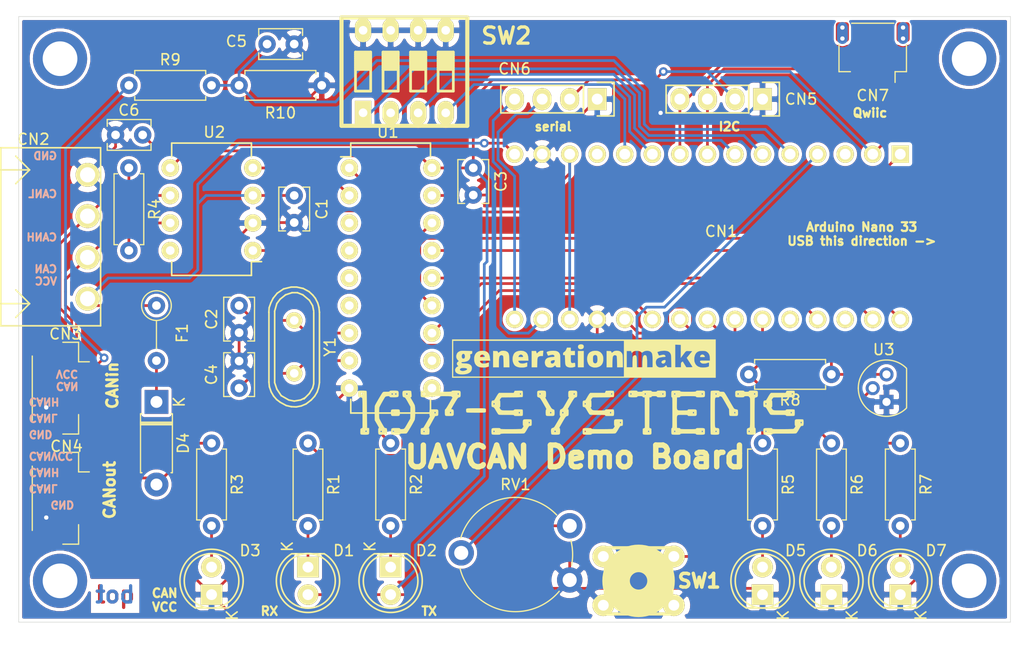
<source format=kicad_pcb>
(kicad_pcb (version 20171130) (host pcbnew 5.1.9-73d0e3b20d~88~ubuntu18.04.1)
  (title_block (title UAVCAN-Demo-Board) (date 2021-04-17) (rev 0.1) (company generationmake))
  (layers (0 F.Cu signal) (31 B.Cu signal) (34 B.Paste user) (35 F.Paste user) (36 B.SilkS user) (37 F.SilkS user) (38 B.Mask user) (39 F.Mask user) (44 Edge.Cuts user))
  (net 0 "")
  (net 1 +3V3)
  (net 2 +5V)
  (net 3 GND)
  (net 4 /CANH)
  (net 5 /CANL)
  (net 6 /CANVCC)
  (net 7 /CAN_TX)
  (net 8 /CAN_RX)
  (net 9 /CANVCC_F)
  (net 10 "Net-(D3-Pad2)")
  (net 11 "Net-(D1-Pad1)")
  (net 12 "Net-(D2-Pad1)")
  (net 13 /MCP2515_INT)
  (net 14 /ONEWIRE)
  (net 15 /LED3)
  (net 16 /LED2)
  (net 17 /SWITCH)
  (net 18 /MCP2515_CS)
  (net 19 /LED1)
  (net 20 /RESET)
  (net 21 /SERIAL_RX)
  (net 22 /SERIAL_TX)
  (net 23 /I2C_SCL)
  (net 24 /I2C_SDA)
  (net 25 /ANALOG)
  (net 26 /SPI_SCK)
  (net 27 /SPI_MOSI)
  (net 28 /SPI_MISO)
  (net 29 "Net-(D5-Pad2)")
  (net 30 "Net-(D6-Pad2)")
  (net 31 "Net-(D7-Pad2)")
  (net 32 "Net-(C2-Pad1)")
  (net 33 "Net-(C4-Pad1)")
  (net 34 /MEASURE_CANVCC)
  (net 35 /DIP_SW4)
  (net 36 /DIP_SW3)
  (net 37 /DIP_SW2)
  (net 38 /DIP_SW1)
  (module labels:107-systems_logo (layer F.Cu) (at 205.486 65.786)
    (fp_text reference L2 hide)
    (fp_text value Label hide)
  )
  (module Connector_JST:JST_GH_SM04B-GHS-TB_1x04-1MP_P1.25mm_Horizontal (layer F.Cu) (at 157.48 63.5 270)
    (fp_text reference CN3 (at -5 -0.5) (layer F.SilkS))
    (fp_text value GH_SM04B-GHS-TB)
    (pad 1 smd roundrect (at -1.875 -1.85 270) (size 0.6 1.7) (layers F.Cu F.Paste F.Mask) (net 6 /CANVCC))
    (pad 2 smd roundrect (at -0.625 -1.85 270) (size 0.6 1.7) (layers F.Cu F.Paste F.Mask) (net 4 /CANH))
    (pad 3 smd roundrect (at 0.625 -1.85 270) (size 0.6 1.7) (layers F.Cu F.Paste F.Mask) (net 5 /CANL))
    (pad 4 smd roundrect (at 1.875 -1.85 270) (size 0.6 1.7) (layers F.Cu F.Paste F.Mask) (net 3 GND))
    (pad MP smd roundrect (at -3.725 1.35 270) (size 1 2.7) (layers F.Cu F.Paste F.Mask))
    (pad MP smd roundrect (at 3.725 1.35 270) (size 1 2.7) (layers F.Cu F.Paste F.Mask))
  )
  (module Connector_JST:JST_GH_SM04B-GHS-TB_1x04-1MP_P1.25mm_Horizontal (layer F.Cu) (at 157.48 73.66 270)
    (fp_text reference CN4 (at -4.8 -0.6) (layer F.SilkS))
    (fp_text value GH_SM04B-GHS-TB)
    (pad MP smd roundrect (at 3.725 1.35 270) (size 1 2.7) (layers F.Cu F.Paste F.Mask))
    (pad MP smd roundrect (at -3.725 1.35 270) (size 1 2.7) (layers F.Cu F.Paste F.Mask))
    (pad 4 smd roundrect (at 1.875 -1.85 270) (size 0.6 1.7) (layers F.Cu F.Paste F.Mask) (net 3 GND))
    (pad 3 smd roundrect (at 0.625 -1.85 270) (size 0.6 1.7) (layers F.Cu F.Paste F.Mask) (net 5 /CANL))
    (pad 2 smd roundrect (at -0.625 -1.85 270) (size 0.6 1.7) (layers F.Cu F.Paste F.Mask) (net 4 /CANH))
    (pad 1 smd roundrect (at -1.875 -1.85 270) (size 0.6 1.7) (layers F.Cu F.Paste F.Mask) (net 6 /CANVCC))
  )
  (module CON_wuerth:WR-TBL_691322310004 (layer F.Cu) (at 160.02 49.53 270)
    (fp_text reference CN2 (at -9 5 180) (layer F.SilkS))
    (fp_text value 691322310004 hide)
    (pad 4 thru_hole circle (at 5.715 0 270) (size 2.2 2.2) (drill 1.4) (layers *.Cu *.Mask F.SilkS) (net 2 +5V))
    (pad 1 thru_hole circle (at -5.715 0 270) (size 2.2 2.2) (drill 1.4) (layers *.Cu *.Mask F.SilkS) (net 3 GND))
    (pad 2 thru_hole circle (at -1.905 0 270) (size 2.2 2.2) (drill 1.4) (layers *.Cu *.Mask F.SilkS) (net 5 /CANL))
    (pad 3 thru_hole circle (at 1.905 0 270) (size 2.2 2.2) (drill 1.4) (layers *.Cu *.Mask F.SilkS) (net 4 /CANH))
  )
  (module MECH_mounting_holes:MHP_3.2_5.0 (layer F.Cu) (at 157.48 33.1)
    (fp_text reference MECH1 hide)
    (fp_text value MHP_3.2_5.0)
    (pad 1 thru_hole circle (at 0 0) (size 5 5) (drill 3.2) (layers *.Cu *.Mask))
  )
  (module MECH_mounting_holes:MHP_3.2_5.0 (layer F.Cu) (at 157.48 81.28)
    (fp_text reference MECH2 hide)
    (fp_text value MHP_3.2_5.0)
    (pad 1 thru_hole circle (at 0 0) (size 5 5) (drill 3.2) (layers *.Cu *.Mask))
  )
  (module MODULE_compute:ARDUINO_NANO_33 (layer F.Cu) (at 217.17 49.53 180)
    (fp_text reference CN1 (at -1.27 0.5) (layer F.SilkS))
    (fp_text value ARDUINO_NANO_33)
    (pad 28 thru_hole circle (at -12.7 -7.62 180) (size 1.6 1.6) (drill 1) (layers *.Cu *.Mask F.SilkS))
    (pad 27 thru_hole circle (at -10.16 -7.62 180) (size 1.6 1.6) (drill 1) (layers *.Cu *.Mask F.SilkS) (net 13 /MCP2515_INT))
    (pad 26 thru_hole circle (at -7.62 -7.62 180) (size 1.6 1.6) (drill 1) (layers *.Cu *.Mask F.SilkS))
    (pad 25 thru_hole circle (at -5.08 -7.62 180) (size 1.6 1.6) (drill 1) (layers *.Cu *.Mask F.SilkS) (net 14 /ONEWIRE))
    (pad 24 thru_hole circle (at -2.54 -7.62 180) (size 1.6 1.6) (drill 1) (layers *.Cu *.Mask F.SilkS) (net 15 /LED3))
    (pad 23 thru_hole circle (at 0 -7.62 180) (size 1.6 1.6) (drill 1) (layers *.Cu *.Mask F.SilkS) (net 16 /LED2))
    (pad 22 thru_hole circle (at 2.54 -7.62 180) (size 1.6 1.6) (drill 1) (layers *.Cu *.Mask F.SilkS) (net 17 /SWITCH))
    (pad 21 thru_hole circle (at 5.08 -7.62 180) (size 1.6 1.6) (drill 1) (layers *.Cu *.Mask F.SilkS) (net 18 /MCP2515_CS))
    (pad 20 thru_hole circle (at 7.62 -7.62 180) (size 1.6 1.6) (drill 1) (layers *.Cu *.Mask F.SilkS) (net 19 /LED1))
    (pad 19 thru_hole circle (at 10.16 -7.62 180) (size 1.6 1.6) (drill 1) (layers *.Cu *.Mask F.SilkS) (net 3 GND))
    (pad 18 thru_hole circle (at 12.7 -7.62 180) (size 1.6 1.6) (drill 1) (layers *.Cu *.Mask F.SilkS) (net 20 /RESET))
    (pad 17 thru_hole circle (at 15.24 -7.62 180) (size 1.6 1.6) (drill 1) (layers *.Cu *.Mask F.SilkS) (net 21 /SERIAL_RX))
    (pad 16 thru_hole circle (at 17.78 -7.62 180) (size 1.6 1.6) (drill 1) (layers *.Cu *.Mask F.SilkS) (net 22 /SERIAL_TX))
    (pad 15 thru_hole circle (at 17.78 7.62 180) (size 1.6 1.6) (drill 1) (layers *.Cu *.Mask F.SilkS) (net 2 +5V))
    (pad 14 thru_hole circle (at 15.24 7.62 180) (size 1.6 1.6) (drill 1) (layers *.Cu *.Mask F.SilkS) (net 3 GND))
    (pad 13 thru_hole circle (at 12.7 7.62 180) (size 1.6 1.6) (drill 1) (layers *.Cu *.Mask F.SilkS) (net 20 /RESET))
    (pad 12 thru_hole circle (at 10.16 7.62 180) (size 1.6 1.6) (drill 1) (layers *.Cu *.Mask F.SilkS))
    (pad 11 thru_hole circle (at 7.62 7.62 180) (size 1.6 1.6) (drill 1) (layers *.Cu *.Mask F.SilkS) (net 35 /DIP_SW4))
    (pad 10 thru_hole circle (at 5.08 7.62 180) (size 1.6 1.6) (drill 1) (layers *.Cu *.Mask F.SilkS) (net 36 /DIP_SW3))
    (pad 9 thru_hole circle (at 2.54 7.62 180) (size 1.6 1.6) (drill 1) (layers *.Cu *.Mask F.SilkS) (net 23 /I2C_SCL))
    (pad 8 thru_hole circle (at 0 7.62 180) (size 1.6 1.6) (drill 1) (layers *.Cu *.Mask F.SilkS) (net 24 /I2C_SDA))
    (pad 7 thru_hole circle (at -2.54 7.62 180) (size 1.6 1.6) (drill 1) (layers *.Cu *.Mask F.SilkS) (net 37 /DIP_SW2))
    (pad 6 thru_hole circle (at -5.08 7.62 180) (size 1.6 1.6) (drill 1) (layers *.Cu *.Mask F.SilkS) (net 38 /DIP_SW1))
    (pad 5 thru_hole circle (at -7.62 7.62 180) (size 1.6 1.6) (drill 1) (layers *.Cu *.Mask F.SilkS) (net 34 /MEASURE_CANVCC))
    (pad 4 thru_hole circle (at -10.16 7.62 180) (size 1.6 1.6) (drill 1) (layers *.Cu *.Mask F.SilkS) (net 25 /ANALOG))
    (pad 3 thru_hole circle (at -12.7 7.62 180) (size 1.6 1.6) (drill 1) (layers *.Cu *.Mask F.SilkS))
    (pad 2 thru_hole circle (at -15.24 7.62 180) (size 1.6 1.6) (drill 1) (layers *.Cu *.Mask F.SilkS) (net 1 +3V3))
    (pad 1 thru_hole rect (at -17.78 7.62 180) (size 1.6 1.6) (drill 1) (layers *.Cu *.Mask F.SilkS) (net 26 /SPI_SCK))
    (pad 29 thru_hole circle (at -15.24 -7.62 180) (size 1.6 1.6) (drill 1) (layers *.Cu *.Mask F.SilkS) (net 27 /SPI_MOSI))
    (pad 30 thru_hole circle (at -17.78 -7.62 180) (size 1.6 1.6) (drill 1) (layers *.Cu *.Mask F.SilkS) (net 28 /SPI_MISO))
  )
  (module mechanical-switches:PCB_PUSH (layer F.Cu) (at 210.82 81.28 270)
    (fp_text reference SW1 (at 0 -5.588 180) (layer F.SilkS) (effects (font (size 1.27 1.27) (thickness 0.3175))))
    (fp_text value TAST_VER hide)
    (pad 1 thru_hole circle (at -2.25044 -3.2512 270) (size 1.99898 1.99898) (drill 1.00076) (layers *.Cu *.Mask F.SilkS) (net 17 /SWITCH))
    (pad 2 thru_hole circle (at 2.25044 3.2512 270) (size 1.99898 1.99898) (drill 1.00076) (layers *.Cu *.Mask F.SilkS) (net 3 GND))
    (pad 4 thru_hole circle (at 2.25044 -3.2512 270) (size 1.99898 1.99898) (drill 1.00076) (layers *.Cu *.Mask F.SilkS) (net 3 GND))
    (pad 3 thru_hole circle (at -2.25044 3.2512 270) (size 1.99898 1.99898) (drill 1.00076) (layers *.Cu *.Mask F.SilkS) (net 17 /SWITCH))
  )
  (module pin_headers:Pin_Header_Straight_1x04 (layer F.Cu) (at 222.25 36.83 270)
    (fp_text reference CN5 (at 0 -3.556 180) (layer F.SilkS))
    (fp_text value 691322310004)
    (pad 1 thru_hole rect (at 0 0 270) (size 2.032 1.7272) (drill 1.016) (layers *.Cu *.Mask F.SilkS) (net 3 GND))
    (pad 2 thru_hole oval (at 0 2.54 270) (size 2.032 1.7272) (drill 1.016) (layers *.Cu *.Mask F.SilkS) (net 1 +3V3))
    (pad 3 thru_hole oval (at 0 5.08 270) (size 2.032 1.7272) (drill 1.016) (layers *.Cu *.Mask F.SilkS) (net 24 /I2C_SDA))
    (pad 4 thru_hole oval (at 0 7.62 270) (size 2.032 1.7272) (drill 1.016) (layers *.Cu *.Mask F.SilkS) (net 23 /I2C_SCL))
  )
  (module pin_headers:Pin_Header_Straight_1x04 (layer F.Cu) (at 207.01 36.83 270)
    (fp_text reference CN6 (at -2.794 7.62 180) (layer F.SilkS))
    (fp_text value 691322310004)
    (pad 4 thru_hole oval (at 0 7.62 270) (size 2.032 1.7272) (drill 1.016) (layers *.Cu *.Mask F.SilkS) (net 21 /SERIAL_RX))
    (pad 3 thru_hole oval (at 0 5.08 270) (size 2.032 1.7272) (drill 1.016) (layers *.Cu *.Mask F.SilkS) (net 22 /SERIAL_TX))
    (pad 2 thru_hole oval (at 0 2.54 270) (size 2.032 1.7272) (drill 1.016) (layers *.Cu *.Mask F.SilkS) (net 1 +3V3))
    (pad 1 thru_hole rect (at 0 0 270) (size 2.032 1.7272) (drill 1.016) (layers *.Cu *.Mask F.SilkS) (net 3 GND))
  )
  (module LEDs:LED-5MM (layer F.Cu) (at 180.34 80.01 270)
    (fp_text reference D1 (at -1.524 -3.302 180) (layer F.SilkS))
    (fp_text value 150060GS75000)
    (fp_text user K (at -1.905 1.905 90) (layer F.SilkS))
    (pad 1 thru_hole rect (at 0 0) (size 2 1.9) (drill 1.00076) (layers *.Cu *.Mask F.SilkS) (net 11 "Net-(D1-Pad1)"))
    (pad 2 thru_hole circle (at 2.54 0 270) (size 1.9 1.9) (drill 1.00076) (layers *.Cu *.Mask F.SilkS) (net 1 +3V3))
  )
  (module LEDs:LED-5MM (layer F.Cu) (at 187.96 80.01 270)
    (fp_text reference D2 (at -1.524 -3.302 180) (layer F.SilkS))
    (fp_text value 150060RS75000)
    (fp_text user K (at -1.905 1.905 90) (layer F.SilkS))
    (pad 2 thru_hole circle (at 2.54 0 270) (size 1.9 1.9) (drill 1.00076) (layers *.Cu *.Mask F.SilkS) (net 1 +3V3))
    (pad 1 thru_hole rect (at 0 0) (size 2 1.9) (drill 1.00076) (layers *.Cu *.Mask F.SilkS) (net 12 "Net-(D2-Pad1)"))
  )
  (module LEDs:LED-5MM (layer F.Cu) (at 171.45 82.55 90)
    (fp_text reference D3 (at 4.064 3.556 180) (layer F.SilkS))
    (fp_text value 150060YS75000)
    (fp_text user K (at -1.905 1.905 90) (layer F.SilkS))
    (pad 1 thru_hole rect (at 0 0 180) (size 2 1.9) (drill 1.00076) (layers *.Cu *.Mask F.SilkS) (net 3 GND))
    (pad 2 thru_hole circle (at 2.54 0 90) (size 1.9 1.9) (drill 1.00076) (layers *.Cu *.Mask F.SilkS) (net 10 "Net-(D3-Pad2)"))
  )
  (module LEDs:LED-5MM (layer F.Cu) (at 222.25 82.55 90)
    (fp_text reference D5 (at 4.064 3.048 180) (layer F.SilkS))
    (fp_text value 150060YS75000)
    (fp_text user K (at -1.905 1.905 90) (layer F.SilkS))
    (pad 1 thru_hole rect (at 0 0 180) (size 2 1.9) (drill 1.00076) (layers *.Cu *.Mask F.SilkS) (net 3 GND))
    (pad 2 thru_hole circle (at 2.54 0 90) (size 1.9 1.9) (drill 1.00076) (layers *.Cu *.Mask F.SilkS) (net 29 "Net-(D5-Pad2)"))
  )
  (module LEDs:LED-5MM (layer F.Cu) (at 228.6 82.55 90)
    (fp_text reference D6 (at 4.064 3.302 180) (layer F.SilkS))
    (fp_text value 150060YS75000)
    (fp_text user K (at -1.905 1.905 90) (layer F.SilkS))
    (pad 2 thru_hole circle (at 2.54 0 90) (size 1.9 1.9) (drill 1.00076) (layers *.Cu *.Mask F.SilkS) (net 30 "Net-(D6-Pad2)"))
    (pad 1 thru_hole rect (at 0 0 180) (size 2 1.9) (drill 1.00076) (layers *.Cu *.Mask F.SilkS) (net 3 GND))
  )
  (module LEDs:LED-5MM (layer F.Cu) (at 234.95 82.55 90)
    (fp_text reference D7 (at 4.064 3.302 180) (layer F.SilkS))
    (fp_text value 150060YS75000)
    (fp_text user K (at -1.905 1.905 90) (layer F.SilkS))
    (pad 2 thru_hole circle (at 2.54 0 90) (size 1.9 1.9) (drill 1.00076) (layers *.Cu *.Mask F.SilkS) (net 31 "Net-(D7-Pad2)"))
    (pad 1 thru_hole rect (at 0 0 180) (size 2 1.9) (drill 1.00076) (layers *.Cu *.Mask F.SilkS) (net 3 GND))
  )
  (module DIP:DIP-18_W7.62mm (layer F.Cu) (at 184.15 43.18)
    (fp_text reference U1 (at 3.556 -3.302) (layer F.SilkS))
    (fp_text value MCP2515)
    (pad 1 thru_hole oval (at 0 0) (size 1.6 1.6) (drill 0.8) (layers *.Cu *.Mask F.SilkS) (net 7 /CAN_TX))
    (pad 2 thru_hole oval (at 0 2.54) (size 1.6 1.6) (drill 0.8) (layers *.Cu *.Mask F.SilkS) (net 8 /CAN_RX))
    (pad 3 thru_hole oval (at 0 5.08) (size 1.6 1.6) (drill 0.8) (layers *.Cu *.Mask F.SilkS))
    (pad 4 thru_hole oval (at 0 7.62) (size 1.6 1.6) (drill 0.8) (layers *.Cu *.Mask F.SilkS))
    (pad 5 thru_hole oval (at 0 10.16) (size 1.6 1.6) (drill 0.8) (layers *.Cu *.Mask F.SilkS))
    (pad 6 thru_hole oval (at 0 12.7) (size 1.6 1.6) (drill 0.8) (layers *.Cu *.Mask F.SilkS))
    (pad 7 thru_hole oval (at 0 15.24) (size 1.6 1.6) (drill 0.8) (layers *.Cu *.Mask F.SilkS) (net 32 "Net-(C2-Pad1)"))
    (pad 8 thru_hole oval (at 0 17.78) (size 1.6 1.6) (drill 0.8) (layers *.Cu *.Mask F.SilkS) (net 33 "Net-(C4-Pad1)"))
    (pad 9 thru_hole oval (at 0 20.32) (size 1.6 1.6) (drill 0.8) (layers *.Cu *.Mask F.SilkS) (net 3 GND))
    (pad 10 thru_hole oval (at 7.62 20.32) (size 1.6 1.6) (drill 0.8) (layers *.Cu *.Mask F.SilkS))
    (pad 11 thru_hole oval (at 7.62 17.78) (size 1.6 1.6) (drill 0.8) (layers *.Cu *.Mask F.SilkS))
    (pad 12 thru_hole oval (at 7.62 15.24) (size 1.6 1.6) (drill 0.8) (layers *.Cu *.Mask F.SilkS) (net 13 /MCP2515_INT))
    (pad 13 thru_hole oval (at 7.62 12.7) (size 1.6 1.6) (drill 0.8) (layers *.Cu *.Mask F.SilkS) (net 26 /SPI_SCK))
    (pad 14 thru_hole oval (at 7.62 10.16) (size 1.6 1.6) (drill 0.8) (layers *.Cu *.Mask F.SilkS) (net 27 /SPI_MOSI))
    (pad 15 thru_hole oval (at 7.62 7.62) (size 1.6 1.6) (drill 0.8) (layers *.Cu *.Mask F.SilkS) (net 28 /SPI_MISO))
    (pad 16 thru_hole oval (at 7.62 5.08) (size 1.6 1.6) (drill 0.8) (layers *.Cu *.Mask F.SilkS) (net 18 /MCP2515_CS))
    (pad 17 thru_hole oval (at 7.62 2.54) (size 1.6 1.6) (drill 0.8) (layers *.Cu *.Mask F.SilkS) (net 20 /RESET))
    (pad 18 thru_hole oval (at 7.62 0) (size 1.6 1.6) (drill 0.8) (layers *.Cu *.Mask F.SilkS) (net 1 +3V3))
  )
  (module Capacitor_THT:C_Disc_D3.8mm_W2.6mm_P2.50mm (layer F.Cu) (at 179.07 45.72 270)
    (fp_text reference C1 (at 1.25 -2.55 90) (layer F.SilkS))
    (fp_text value 100nF)
    (pad 2 thru_hole circle (at 2.5 0 270) (size 1.6 1.6) (drill 0.8) (layers *.Cu *.Mask) (net 3 GND))
    (pad 1 thru_hole circle (at 0 0 270) (size 1.6 1.6) (drill 0.8) (layers *.Cu *.Mask) (net 2 +5V))
  )
  (module Capacitor_THT:C_Disc_D3.8mm_W2.6mm_P2.50mm (layer F.Cu) (at 173.99 55.88 270)
    (fp_text reference C2 (at 1.25 2.54 90) (layer F.SilkS))
    (fp_text value 18pF)
    (pad 1 thru_hole circle (at 0 0 270) (size 1.6 1.6) (drill 0.8) (layers *.Cu *.Mask) (net 32 "Net-(C2-Pad1)"))
    (pad 2 thru_hole circle (at 2.5 0 270) (size 1.6 1.6) (drill 0.8) (layers *.Cu *.Mask) (net 3 GND))
  )
  (module Capacitor_THT:C_Disc_D3.8mm_W2.6mm_P2.50mm (layer F.Cu) (at 195.58 43.18 270)
    (fp_text reference C3 (at 1.25 -2.55 90) (layer F.SilkS))
    (fp_text value 100nF)
    (pad 1 thru_hole circle (at 0 0 270) (size 1.6 1.6) (drill 0.8) (layers *.Cu *.Mask) (net 1 +3V3))
    (pad 2 thru_hole circle (at 2.5 0 270) (size 1.6 1.6) (drill 0.8) (layers *.Cu *.Mask) (net 3 GND))
  )
  (module Capacitor_THT:C_Disc_D3.8mm_W2.6mm_P2.50mm (layer F.Cu) (at 173.99 63.5 90)
    (fp_text reference C4 (at 1.25 -2.55 90) (layer F.SilkS))
    (fp_text value 18pF)
    (pad 2 thru_hole circle (at 2.5 0 90) (size 1.6 1.6) (drill 0.8) (layers *.Cu *.Mask) (net 3 GND))
    (pad 1 thru_hole circle (at 0 0 90) (size 1.6 1.6) (drill 0.8) (layers *.Cu *.Mask) (net 33 "Net-(C4-Pad1)"))
  )
  (module Diode_THT:D_DO-41_SOD81_P7.62mm_Horizontal (layer F.Cu) (at 166.37 64.77 270)
    (fp_text reference D4 (at 3.81 -2.47 90) (layer F.SilkS))
    (fp_text value DNI)
    (fp_text user K (at 0 -2.1 90) (layer F.SilkS))
    (pad 1 thru_hole rect (at 0 0 270) (size 2.2 2.2) (drill 1.1) (layers *.Cu *.Mask) (net 9 /CANVCC_F))
    (pad 2 thru_hole oval (at 7.62 0 270) (size 2.2 2.2) (drill 1.1) (layers *.Cu *.Mask) (net 6 /CANVCC))
  )
  (module Resistor_THT:R_Axial_DIN0207_L6.3mm_D2.5mm_P7.62mm_Horizontal (layer F.Cu) (at 180.34 68.58 270)
    (fp_text reference R1 (at 3.81 -2.37 90) (layer F.SilkS))
    (fp_text value 1k)
    (pad 1 thru_hole circle (at 0 0 270) (size 1.6 1.6) (drill 0.8) (layers *.Cu *.Mask) (net 8 /CAN_RX))
    (pad 2 thru_hole oval (at 7.62 0 270) (size 1.6 1.6) (drill 0.8) (layers *.Cu *.Mask) (net 11 "Net-(D1-Pad1)"))
  )
  (module Resistor_THT:R_Axial_DIN0207_L6.3mm_D2.5mm_P7.62mm_Horizontal (layer F.Cu) (at 187.96 68.58 270)
    (fp_text reference R2 (at 3.81 -2.37 90) (layer F.SilkS))
    (fp_text value 1k)
    (pad 1 thru_hole circle (at 0 0 270) (size 1.6 1.6) (drill 0.8) (layers *.Cu *.Mask) (net 7 /CAN_TX))
    (pad 2 thru_hole oval (at 7.62 0 270) (size 1.6 1.6) (drill 0.8) (layers *.Cu *.Mask) (net 12 "Net-(D2-Pad1)"))
  )
  (module Resistor_THT:R_Axial_DIN0207_L6.3mm_D2.5mm_P7.62mm_Horizontal (layer F.Cu) (at 171.45 68.58 270)
    (fp_text reference R3 (at 3.81 -2.37 90) (layer F.SilkS))
    (fp_text value 2k)
    (pad 1 thru_hole circle (at 0 0 270) (size 1.6 1.6) (drill 0.8) (layers *.Cu *.Mask) (net 6 /CANVCC))
    (pad 2 thru_hole oval (at 7.62 0 270) (size 1.6 1.6) (drill 0.8) (layers *.Cu *.Mask) (net 10 "Net-(D3-Pad2)"))
  )
  (module Resistor_THT:R_Axial_DIN0207_L6.3mm_D2.5mm_P7.62mm_Horizontal (layer F.Cu) (at 222.25 68.58 270)
    (fp_text reference R5 (at 3.81 -2.37 90) (layer F.SilkS))
    (fp_text value 1k)
    (pad 2 thru_hole oval (at 7.62 0 270) (size 1.6 1.6) (drill 0.8) (layers *.Cu *.Mask) (net 29 "Net-(D5-Pad2)"))
    (pad 1 thru_hole circle (at 0 0 270) (size 1.6 1.6) (drill 0.8) (layers *.Cu *.Mask) (net 19 /LED1))
  )
  (module Resistor_THT:R_Axial_DIN0207_L6.3mm_D2.5mm_P7.62mm_Horizontal (layer F.Cu) (at 228.6 68.58 270)
    (fp_text reference R6 (at 3.81 -2.37 90) (layer F.SilkS))
    (fp_text value 1k)
    (pad 2 thru_hole oval (at 7.62 0 270) (size 1.6 1.6) (drill 0.8) (layers *.Cu *.Mask) (net 30 "Net-(D6-Pad2)"))
    (pad 1 thru_hole circle (at 0 0 270) (size 1.6 1.6) (drill 0.8) (layers *.Cu *.Mask) (net 16 /LED2))
  )
  (module Resistor_THT:R_Axial_DIN0207_L6.3mm_D2.5mm_P7.62mm_Horizontal (layer F.Cu) (at 234.95 68.58 270)
    (fp_text reference R7 (at 3.81 -2.37 90) (layer F.SilkS))
    (fp_text value 1k)
    (pad 2 thru_hole oval (at 7.62 0 270) (size 1.6 1.6) (drill 0.8) (layers *.Cu *.Mask) (net 31 "Net-(D7-Pad2)"))
    (pad 1 thru_hole circle (at 0 0 270) (size 1.6 1.6) (drill 0.8) (layers *.Cu *.Mask) (net 15 /LED3))
  )
  (module Resistor_THT:R_Axial_DIN0207_L6.3mm_D2.5mm_P7.62mm_Horizontal (layer F.Cu) (at 228.6 62.23 180)
    (fp_text reference R8 (at 3.81 -2.37) (layer F.SilkS))
    (fp_text value 10k)
    (pad 1 thru_hole circle (at 0 0 180) (size 1.6 1.6) (drill 0.8) (layers *.Cu *.Mask) (net 1 +3V3))
    (pad 2 thru_hole oval (at 7.62 0 180) (size 1.6 1.6) (drill 0.8) (layers *.Cu *.Mask) (net 14 /ONEWIRE))
  )
  (module Potentiometer_THT:Potentiometer_Piher_PT-10-V10_Vertical (layer F.Cu) (at 204.47 76.2 180)
    (fp_text reference RV1 (at 5 3.81) (layer F.SilkS))
    (fp_text value POT)
    (pad 3 thru_hole circle (at 0 -5 180) (size 2.34 2.34) (drill 1.3) (layers *.Cu *.Mask) (net 3 GND))
    (pad 2 thru_hole circle (at 10 -2.5 180) (size 2.34 2.34) (drill 1.3) (layers *.Cu *.Mask) (net 25 /ANALOG))
    (pad 1 thru_hole circle (at 0 0 180) (size 2.34 2.34) (drill 1.3) (layers *.Cu *.Mask) (net 1 +3V3))
  )
  (module crystals:Crystal_HC49-U_Vertical (layer F.Cu) (at 179.07 59.69 270)
    (fp_text reference Y1 (at 0 -3.302 90) (layer F.SilkS))
    (fp_text value "16 MHz")
    (pad 1 thru_hole circle (at -2.44094 0 270) (size 1.50114 1.50114) (drill 0.8001) (layers *.Cu *.Mask F.SilkS) (net 32 "Net-(C2-Pad1)"))
    (pad 2 thru_hole circle (at 2.44094 0 270) (size 1.50114 1.50114) (drill 0.8001) (layers *.Cu *.Mask F.SilkS) (net 33 "Net-(C4-Pad1)"))
  )
  (module Resistor_THT:R_Axial_DIN0207_L6.3mm_D2.5mm_P7.62mm_Horizontal (layer F.Cu) (at 163.83 43.18 270)
    (fp_text reference R4 (at 3.81 -2.37 90) (layer F.SilkS))
    (fp_text value DNI)
    (pad 1 thru_hole circle (at 0 0 270) (size 1.6 1.6) (drill 0.8) (layers *.Cu *.Mask) (net 5 /CANL))
    (pad 2 thru_hole oval (at 7.62 0 270) (size 1.6 1.6) (drill 0.8) (layers *.Cu *.Mask) (net 4 /CANH))
  )
  (module Resistor_THT:R_Axial_DIN0207_L6.3mm_D2.5mm_P5.08mm_Vertical (layer F.Cu) (at 166.37 55.88 270)
    (fp_text reference F1 (at 2.54 -2.37 90) (layer F.SilkS))
    (fp_text value 0ZCM0020FF2G)
    (pad 1 thru_hole circle (at 0 0 270) (size 1.6 1.6) (drill 0.8) (layers *.Cu *.Mask) (net 2 +5V))
    (pad 2 thru_hole oval (at 5.08 0 270) (size 1.6 1.6) (drill 0.8) (layers *.Cu *.Mask) (net 9 /CANVCC_F))
  )
  (module Package_TO_SOT_THT:TO-92 (layer F.Cu) (at 233.68 64.77 90)
    (fp_text reference U3 (at 4.826 -0.254 180) (layer F.SilkS))
    (fp_text value DS18B20)
    (pad 2 thru_hole circle (at 1.27 -1.27 90) (size 1.3 1.3) (drill 0.75) (layers *.Cu *.Mask) (net 14 /ONEWIRE))
    (pad 3 thru_hole circle (at 2.54 0 90) (size 1.3 1.3) (drill 0.75) (layers *.Cu *.Mask) (net 1 +3V3))
    (pad 1 thru_hole rect (at 0 0 90) (size 1.3 1.3) (drill 0.75) (layers *.Cu *.Mask) (net 3 GND))
  )
  (module MECH_mounting_holes:MHP_3.2_5.0 (layer F.Cu) (at 241.3 81.28)
    (fp_text reference MECH3 hide)
    (fp_text value MHP_3.2_5.0)
    (pad 1 thru_hole circle (at 0 0) (size 5 5) (drill 3.2) (layers *.Cu *.Mask))
  )
  (module MECH_mounting_holes:MHP_3.2_5.0 (layer F.Cu) (at 241.3 33.1)
    (fp_text reference MECH4 hide)
    (fp_text value MHP_3.2_5.0)
    (pad 1 thru_hole circle (at 0 0) (size 5 5) (drill 3.2) (layers *.Cu *.Mask))
  )
  (module labels:generationmake_logo (layer F.Cu) (at 205.74 66.04)
    (fp_text reference L1 hide)
    (fp_text value Label hide)
  )
  (module Capacitor_THT:C_Disc_D3.8mm_W2.6mm_P2.50mm (layer F.Cu) (at 176.57 31.75)
    (fp_text reference C5 (at -2.834 -0.254) (layer F.SilkS))
    (fp_text value 100nF)
    (pad 1 thru_hole circle (at 0 0) (size 1.6 1.6) (drill 0.8) (layers *.Cu *.Mask) (net 34 /MEASURE_CANVCC))
    (pad 2 thru_hole circle (at 2.5 0) (size 1.6 1.6) (drill 0.8) (layers *.Cu *.Mask) (net 3 GND))
  )
  (module Resistor_THT:R_Axial_DIN0207_L6.3mm_D2.5mm_P7.62mm_Horizontal (layer F.Cu) (at 163.83 35.56)
    (fp_text reference R9 (at 3.81 -2.37) (layer F.SilkS))
    (fp_text value 10k)
    (pad 2 thru_hole oval (at 7.62 0) (size 1.6 1.6) (drill 0.8) (layers *.Cu *.Mask) (net 34 /MEASURE_CANVCC))
    (pad 1 thru_hole circle (at 0 0) (size 1.6 1.6) (drill 0.8) (layers *.Cu *.Mask) (net 6 /CANVCC))
  )
  (module Resistor_THT:R_Axial_DIN0207_L6.3mm_D2.5mm_P7.62mm_Horizontal (layer F.Cu) (at 173.99 35.56)
    (fp_text reference R10 (at 3.81 2.54) (layer F.SilkS))
    (fp_text value 10k)
    (pad 1 thru_hole circle (at 0 0) (size 1.6 1.6) (drill 0.8) (layers *.Cu *.Mask) (net 34 /MEASURE_CANVCC))
    (pad 2 thru_hole oval (at 7.62 0) (size 1.6 1.6) (drill 0.8) (layers *.Cu *.Mask) (net 3 GND))
  )
  (module mechanical-switches:dip_4-300 (layer F.Cu) (at 189.23 34.29)
    (fp_text reference SW2 (at 9.398 -3.302) (layer F.SilkS) (effects (font (size 1.4986 1.4986) (thickness 0.29972))))
    (fp_text value SW_DIP_x4 hide)
    (pad 1 thru_hole rect (at -3.81 3.7973) (size 1.4986 2.1971) (drill 0.8001) (layers *.Cu *.Mask F.SilkS) (net 38 /DIP_SW1))
    (pad 2 thru_hole oval (at -1.27 3.81) (size 1.4986 2.1971) (drill 0.8001) (layers *.Cu *.Mask F.SilkS) (net 37 /DIP_SW2))
    (pad 3 thru_hole oval (at 1.27 3.81) (size 1.4986 2.1971) (drill 0.8001) (layers *.Cu *.Mask F.SilkS) (net 36 /DIP_SW3))
    (pad 4 thru_hole oval (at 3.81 3.81) (size 1.4986 2.1971) (drill 0.8001) (layers *.Cu *.Mask F.SilkS) (net 35 /DIP_SW4))
    (pad 5 thru_hole oval (at 3.81 -3.81) (size 1.4986 2.1971) (drill 0.8001) (layers *.Cu *.Mask F.SilkS) (net 3 GND))
    (pad 6 thru_hole oval (at 1.27 -3.81) (size 1.4986 2.1971) (drill 0.8001) (layers *.Cu *.Mask F.SilkS) (net 3 GND))
    (pad 7 thru_hole oval (at -1.27 -3.81) (size 1.4986 2.1971) (drill 0.8001) (layers *.Cu *.Mask F.SilkS) (net 3 GND))
    (pad 8 thru_hole oval (at -3.81 -3.81) (size 1.4986 2.1971) (drill 0.8001) (layers *.Cu *.Mask F.SilkS) (net 3 GND))
  )
  (module Capacitor_THT:C_Disc_D3.8mm_W2.6mm_P2.50mm (layer F.Cu) (at 165.1 40.132 180)
    (fp_text reference C6 (at 1.27 2.286) (layer F.SilkS))
    (fp_text value 100nF)
    (pad 1 thru_hole circle (at 0 0 180) (size 1.6 1.6) (drill 0.8) (layers *.Cu *.Mask) (net 1 +3V3))
    (pad 2 thru_hole circle (at 2.5 0 180) (size 1.6 1.6) (drill 0.8) (layers *.Cu *.Mask) (net 3 GND))
  )
  (module DIP:DIP-8_W7.62mm (layer F.Cu) (at 175.26 50.8 180)
    (fp_text reference U2 (at 3.556 10.922) (layer F.SilkS))
    (fp_text value MCP2562-EP)
    (pad 1 thru_hole oval (at 0 0 180) (size 1.6 1.6) (drill 0.8) (layers *.Cu *.Mask F.SilkS) (net 7 /CAN_TX))
    (pad 2 thru_hole oval (at 0 2.54 180) (size 1.6 1.6) (drill 0.8) (layers *.Cu *.Mask F.SilkS) (net 3 GND))
    (pad 3 thru_hole oval (at 0 5.08 180) (size 1.6 1.6) (drill 0.8) (layers *.Cu *.Mask F.SilkS) (net 2 +5V))
    (pad 4 thru_hole oval (at 0 7.62 180) (size 1.6 1.6) (drill 0.8) (layers *.Cu *.Mask F.SilkS) (net 8 /CAN_RX))
    (pad 5 thru_hole oval (at 7.62 7.62 180) (size 1.6 1.6) (drill 0.8) (layers *.Cu *.Mask F.SilkS) (net 1 +3V3))
    (pad 6 thru_hole oval (at 7.62 5.08 180) (size 1.6 1.6) (drill 0.8) (layers *.Cu *.Mask F.SilkS) (net 5 /CANL))
    (pad 7 thru_hole oval (at 7.62 2.54 180) (size 1.6 1.6) (drill 0.8) (layers *.Cu *.Mask F.SilkS) (net 4 /CANH))
    (pad 8 thru_hole oval (at 7.62 0 180) (size 1.6 1.6) (drill 0.8) (layers *.Cu *.Mask F.SilkS))
  )
  (module Connector_JST:JST_SH_SM04B-SRSS-TB_1x04-1MP_P1.00mm_Horizontal (layer F.Cu) (at 232.41 32.512 180)
    (fp_text reference CN7 (at 0 -3.98) (layer F.SilkS))
    (fp_text value SM04B-SRSS-TB)
    (pad 1 smd roundrect (at -1.5 -2 180) (size 0.6 1.55) (layers F.Cu F.Paste F.Mask) (net 3 GND))
    (pad 2 smd roundrect (at -0.5 -2 180) (size 0.6 1.55) (layers F.Cu F.Paste F.Mask) (net 1 +3V3))
    (pad 3 smd roundrect (at 0.5 -2 180) (size 0.6 1.55) (layers F.Cu F.Paste F.Mask) (net 24 /I2C_SDA))
    (pad 4 smd roundrect (at 1.5 -2 180) (size 0.6 1.55) (layers F.Cu F.Paste F.Mask) (net 23 /I2C_SCL))
    (pad MP smd roundrect (at -2.8 1.875 180) (size 1.2 1.8) (layers F.Cu F.Paste F.Mask) (roundrect_rratio 0.208333))
    (pad MP smd roundrect (at 2.8 1.875 180) (size 1.2 1.8) (layers F.Cu F.Paste F.Mask) (roundrect_rratio 0.208333))
  )
  (gr_text Qwiic (at 232.156 38.1) (layer F.SilkS) (effects (font (size 0.8 0.8) (thickness 0.2))))
  (gr_text "Arduino Nano 33\nUSB this direction ->" (at 231.394 49.276) (layer F.SilkS) (effects (font (size 0.8 0.8) (thickness 0.2))))
  (gr_text I2C (at 219.202 39.37) (layer F.SilkS) (effects (font (size 0.8 0.8) (thickness 0.2))))
  (gr_text serial (at 202.946 39.37) (layer F.SilkS) (effects (font (size 0.8 0.8) (thickness 0.2))))
  (gr_text "UAVCAN Demo Board" (at 204.978 69.85) (layer F.SilkS) (effects (font (size 2 2) (thickness 0.5))))
  (gr_line (start 153.67 85.09) (end 153.67 29.21) (layer Edge.Cuts) (width 0.05))
  (gr_line (start 245.11 85.09) (end 153.67 85.09) (layer Edge.Cuts) (width 0.05))
  (gr_line (start 245.11 29.21) (end 245.11 85.09) (layer Edge.Cuts) (width 0.05))
  (gr_line (start 153.67 29.21) (end 245.11 29.21) (layer Edge.Cuts) (width 0.05))
  (gr_text RX (at 176.784 84.074) (layer F.SilkS) (effects (font (size 0.8 0.8) (thickness 0.2))))
  (gr_text TX (at 191.516 84.074) (layer F.SilkS) (effects (font (size 0.8 0.8) (thickness 0.2))))
  (gr_text CANL (at 157.292 45.58) (layer B.SilkS) (effects (font (size 0.7 0.7) (thickness 0.175)) (justify left mirror)))
  (gr_text CANH (at 157.292 49.58) (layer B.SilkS) (effects (font (size 0.7 0.7) (thickness 0.175)) (justify left mirror)))
  (gr_text "CAN\nVCC" (at 157.292 53.08) (layer B.SilkS) (effects (font (size 0.7 0.7) (thickness 0.175)) (justify left mirror)))
  (gr_text GND (at 157.292 42.08) (layer B.SilkS) (effects (font (size 0.7 0.7) (thickness 0.175)) (justify left mirror)))
  (gr_text "CAN\nVCC" (at 167.132 83.058) (layer F.SilkS) (effects (font (size 0.8 0.8) (thickness 0.2))))
  (gr_text CANH (at 154.51 71.252 180) (layer B.SilkS) (effects (font (size 0.7 0.7) (thickness 0.175)) (justify left mirror)))
  (gr_text CANL (at 154.51 72.752 180) (layer B.SilkS) (effects (font (size 0.7 0.7) (thickness 0.175)) (justify left mirror)))
  (gr_text CANVCC (at 154.51 69.752 180) (layer B.SilkS) (effects (font (size 0.7 0.7) (thickness 0.175)) (justify left mirror)))
  (gr_text GND (at 156.51 74.252 180) (layer B.SilkS) (effects (font (size 0.7 0.7) (thickness 0.175)) (justify left mirror)))
  (gr_text GND (at 154.51 67.752 180) (layer B.SilkS) (effects (font (size 0.7 0.7) (thickness 0.175)) (justify left mirror)))
  (gr_text "CAN\nVCC" (at 157.01 62.752 180) (layer B.SilkS) (effects (font (size 0.7 0.7) (thickness 0.175)) (justify left mirror)))
  (gr_text CANH (at 154.51 64.752 180) (layer B.SilkS) (effects (font (size 0.7 0.7) (thickness 0.175)) (justify left mirror)))
  (gr_text CANL (at 154.51 66.252 180) (layer B.SilkS) (effects (font (size 0.7 0.7) (thickness 0.175)) (justify left mirror)))
  (gr_text CANout (at 162.052 72.898 90) (layer F.SilkS) (effects (font (size 1 1) (thickness 0.25))))
  (gr_text CANin (at 162.306 63.246 90) (layer F.SilkS) (effects (font (size 1 1) (thickness 0.25))))
  (gr_text bot (at 162.56 82.55) (layer B.Cu) (effects (font (size 1.5 1.5) (thickness 0.3)) (justify mirror)))
  (gr_text top (at 162.56 82.55) (layer F.Cu) (effects (font (size 1.5 1.5) (thickness 0.3))))
  (via (at 235.204 30.226) (size 0.8) (drill 0.4) (layers F.Cu B.Cu) (net 0))
  (via (at 235.204 31.242) (size 0.8) (drill 0.4) (layers F.Cu B.Cu) (net 0))
  (via (at 229.616 31.242) (size 0.8) (drill 0.4) (layers F.Cu B.Cu) (net 0))
  (via (at 229.616 30.226) (size 0.8) (drill 0.4) (layers F.Cu B.Cu) (net 0))
  (segment (start 235.204 30.226) (end 235.204 31.242) (width 1) (layer B.Cu) (net 0))
  (segment (start 229.616 30.226) (end 229.616 31.242) (width 1) (layer B.Cu) (net 0))
  (segment (start 180.34 82.55) (end 187.96 82.55) (width 0.25) (layer F.Cu) (net 1))
  (segment (start 191.77 43.18) (end 195.58 43.18) (width 0.25) (layer F.Cu) (net 1))
  (segment (start 190.194989 41.604989) (end 190.627 42.037) (width 0.25) (layer F.Cu) (net 1))
  (segment (start 190.627 42.037) (end 191.77 43.18) (width 0.25) (layer F.Cu) (net 1))
  (segment (start 190.246 41.656) (end 190.627 42.037) (width 0.25) (layer F.Cu) (net 1))
  (segment (start 206.248 35.052) (end 204.47 36.83) (width 0.25) (layer F.Cu) (net 1))
  (segment (start 206.502 35.052) (end 197.358 35.052) (width 0.25) (layer F.Cu) (net 1))
  (segment (start 206.502 35.052) (end 206.248 35.052) (width 0.25) (layer F.Cu) (net 1))
  (segment (start 195.58 36.83) (end 195.58 43.18) (width 0.25) (layer F.Cu) (net 1))
  (segment (start 197.358 35.052) (end 195.58 36.83) (width 0.25) (layer F.Cu) (net 1))
  (segment (start 228.6 62.23) (end 228.6 60.452) (width 0.25) (layer F.Cu) (net 1))
  (segment (start 228.6 60.452) (end 229.616 59.436) (width 0.25) (layer F.Cu) (net 1))
  (segment (start 229.616 59.436) (end 235.712 59.436) (width 0.25) (layer F.Cu) (net 1))
  (segment (start 235.712 59.436) (end 237.998 57.15) (width 0.25) (layer F.Cu) (net 1))
  (segment (start 237.998 57.15) (end 237.998 41.656) (width 0.25) (layer F.Cu) (net 1))
  (segment (start 237.998 41.656) (end 235.585 39.243) (width 0.25) (layer F.Cu) (net 1))
  (segment (start 228.6 62.23) (end 233.68 62.23) (width 0.25) (layer F.Cu) (net 1))
  (segment (start 204.47 76.2) (end 200.152 76.2) (width 0.25) (layer F.Cu) (net 1))
  (segment (start 193.802 82.55) (end 187.96 82.55) (width 0.25) (layer F.Cu) (net 1))
  (segment (start 200.152 76.2) (end 193.802 82.55) (width 0.25) (layer F.Cu) (net 1))
  (segment (start 195.58 43.18) (end 196.85 44.45) (width 0.25) (layer B.Cu) (net 1))
  (segment (start 196.85 44.45) (end 196.85 51.816) (width 0.25) (layer B.Cu) (net 1))
  (segment (start 196.596 52.07) (end 196.596 71.628) (width 0.25) (layer B.Cu) (net 1))
  (segment (start 196.85 51.816) (end 196.596 52.07) (width 0.25) (layer B.Cu) (net 1))
  (segment (start 190.246 80.264) (end 187.96 82.55) (width 0.25) (layer B.Cu) (net 1))
  (segment (start 196.596 71.628) (end 190.246 77.978) (width 0.25) (layer B.Cu) (net 1))
  (segment (start 190.246 77.978) (end 190.246 80.264) (width 0.25) (layer B.Cu) (net 1))
  (segment (start 169.215011 41.604989) (end 167.64 43.18) (width 0.25) (layer F.Cu) (net 1))
  (segment (start 175.057011 41.604989) (end 190.194989 41.604989) (width 0.25) (layer F.Cu) (net 1))
  (segment (start 166.572989 41.604989) (end 165.1 40.132) (width 0.25) (layer F.Cu) (net 1))
  (segment (start 169.723011 41.604989) (end 169.215011 41.604989) (width 0.25) (layer F.Cu) (net 1))
  (segment (start 169.723011 41.604989) (end 166.572989 41.604989) (width 0.25) (layer F.Cu) (net 1))
  (segment (start 175.057011 41.604989) (end 169.723011 41.604989) (width 0.25) (layer F.Cu) (net 1))
  (segment (start 210.566 35.052) (end 212.344 35.052) (width 0.25) (layer F.Cu) (net 1))
  (segment (start 210.566 35.052) (end 206.502 35.052) (width 0.25) (layer F.Cu) (net 1))
  (via (at 213.106 34.29) (size 0.8) (drill 0.4) (layers F.Cu B.Cu) (net 1))
  (segment (start 212.344 35.052) (end 213.106 34.29) (width 0.25) (layer F.Cu) (net 1))
  (segment (start 217.17 34.29) (end 219.71 36.83) (width 0.25) (layer B.Cu) (net 1))
  (segment (start 235.077 39.243) (end 232.41 41.91) (width 0.25) (layer F.Cu) (net 1))
  (segment (start 235.585 39.243) (end 235.077 39.243) (width 0.25) (layer F.Cu) (net 1))
  (segment (start 224.79 34.29) (end 232.41 41.91) (width 0.25) (layer B.Cu) (net 1))
  (segment (start 215.9 34.29) (end 224.79 34.29) (width 0.25) (layer B.Cu) (net 1))
  (segment (start 215.9 34.29) (end 217.17 34.29) (width 0.25) (layer B.Cu) (net 1))
  (segment (start 213.106 34.29) (end 215.9 34.29) (width 0.25) (layer B.Cu) (net 1))
  (segment (start 232.91 37.076) (end 235.077 39.243) (width 0.25) (layer F.Cu) (net 1))
  (segment (start 232.91 34.512) (end 232.91 37.076) (width 0.25) (layer F.Cu) (net 1))
  (segment (start 175.26 45.72) (end 179.07 45.72) (width 0.25) (layer F.Cu) (net 2))
  (segment (start 160.655 55.88) (end 160.02 55.245) (width 0.25) (layer F.Cu) (net 2))
  (segment (start 164.084 55.88) (end 160.655 55.88) (width 0.25) (layer F.Cu) (net 2))
  (segment (start 166.37 55.88) (end 164.084 55.88) (width 0.25) (layer F.Cu) (net 2))
  (via (at 196.596 40.894) (size 0.8) (drill 0.4) (layers F.Cu B.Cu) (net 2))
  (segment (start 198.374 40.894) (end 199.39 41.91) (width 0.25) (layer F.Cu) (net 2))
  (segment (start 196.596 40.894) (end 198.374 40.894) (width 0.25) (layer F.Cu) (net 2))
  (segment (start 161.925 53.34) (end 160.02 55.245) (width 0.25) (layer B.Cu) (net 2))
  (segment (start 170.18 52.578) (end 169.418 53.34) (width 0.25) (layer B.Cu) (net 2))
  (segment (start 169.418 53.34) (end 161.925 53.34) (width 0.25) (layer B.Cu) (net 2))
  (segment (start 173.99 40.894) (end 170.18 44.704) (width 0.25) (layer B.Cu) (net 2))
  (segment (start 196.596 40.894) (end 173.99 40.894) (width 0.25) (layer B.Cu) (net 2))
  (segment (start 170.942 45.72) (end 170.18 46.482) (width 0.25) (layer B.Cu) (net 2))
  (segment (start 170.18 44.704) (end 170.18 46.482) (width 0.25) (layer B.Cu) (net 2))
  (segment (start 175.26 45.72) (end 170.942 45.72) (width 0.25) (layer B.Cu) (net 2))
  (segment (start 170.18 46.482) (end 170.18 52.578) (width 0.25) (layer B.Cu) (net 2))
  (segment (start 221.67088 81.97088) (end 222.25 82.55) (width 0.25) (layer F.Cu) (net 3))
  (segment (start 207.01 81.97088) (end 221.67088 81.97088) (width 0.25) (layer F.Cu) (net 3))
  (segment (start 222.25 82.55) (end 228.6 82.55) (width 0.25) (layer F.Cu) (net 3))
  (segment (start 228.6 82.55) (end 234.95 82.55) (width 0.25) (layer F.Cu) (net 3))
  (segment (start 207.01 57.15) (end 207.01 64.77) (width 0.25) (layer F.Cu) (net 3))
  (segment (start 164.435 75.535) (end 171.45 82.55) (width 0.25) (layer F.Cu) (net 3))
  (segment (start 159.33 75.535) (end 164.435 75.535) (width 0.25) (layer F.Cu) (net 3))
  (segment (start 173.99 61) (end 173.99 58.38) (width 0.25) (layer F.Cu) (net 3))
  (segment (start 173.99 61) (end 172.212 62.778) (width 0.25) (layer F.Cu) (net 3))
  (segment (start 172.212 62.778) (end 172.212 64.262) (width 0.25) (layer F.Cu) (net 3))
  (segment (start 172.212 64.262) (end 173.736 65.786) (width 0.25) (layer F.Cu) (net 3))
  (segment (start 181.864 65.786) (end 184.15 63.5) (width 0.25) (layer F.Cu) (net 3))
  (segment (start 175.3 48.22) (end 175.26 48.26) (width 0.25) (layer F.Cu) (net 3))
  (segment (start 179.07 48.22) (end 175.3 48.22) (width 0.25) (layer F.Cu) (net 3))
  (segment (start 175.26 48.26) (end 172.466 51.054) (width 0.25) (layer F.Cu) (net 3))
  (segment (start 172.466 56.856) (end 173.99 58.38) (width 0.25) (layer F.Cu) (net 3))
  (segment (start 172.466 51.054) (end 172.466 56.856) (width 0.25) (layer F.Cu) (net 3))
  (segment (start 201.93 41.91) (end 207.01 36.83) (width 0.25) (layer F.Cu) (net 3))
  (segment (start 220.218 38.862) (end 222.25 36.83) (width 0.25) (layer B.Cu) (net 3))
  (segment (start 198.16 45.68) (end 201.93 41.91) (width 0.25) (layer F.Cu) (net 3))
  (segment (start 195.58 45.68) (end 198.16 45.68) (width 0.25) (layer F.Cu) (net 3))
  (via (at 156.21 65.278) (size 0.8) (drill 0.4) (layers F.Cu B.Cu) (net 3))
  (segment (start 159.33 65.375) (end 156.307 65.375) (width 0.25) (layer F.Cu) (net 3))
  (segment (start 156.307 65.375) (end 156.21 65.278) (width 0.25) (layer F.Cu) (net 3))
  (segment (start 156.21 65.278) (end 156.21 75.438) (width 0.25) (layer B.Cu) (net 3))
  (via (at 156.21 75.438) (size 0.8) (drill 0.4) (layers F.Cu B.Cu) (net 3))
  (segment (start 156.307 75.535) (end 156.21 75.438) (width 0.25) (layer F.Cu) (net 3))
  (segment (start 159.33 75.535) (end 156.307 75.535) (width 0.25) (layer F.Cu) (net 3))
  (segment (start 175.006 78.994) (end 171.45 82.55) (width 0.25) (layer F.Cu) (net 3))
  (segment (start 175.006 65.786) (end 175.006 78.994) (width 0.25) (layer F.Cu) (net 3))
  (segment (start 175.006 65.786) (end 181.864 65.786) (width 0.25) (layer F.Cu) (net 3))
  (segment (start 173.736 65.786) (end 175.006 65.786) (width 0.25) (layer F.Cu) (net 3))
  (segment (start 203.929999 58.275001) (end 203.055001 57.400003) (width 0.25) (layer B.Cu) (net 3))
  (segment (start 205.884999 58.275001) (end 203.929999 58.275001) (width 0.25) (layer B.Cu) (net 3))
  (segment (start 203.055001 43.035001) (end 201.93 41.91) (width 0.25) (layer B.Cu) (net 3))
  (segment (start 203.055001 57.400003) (end 203.055001 43.035001) (width 0.25) (layer B.Cu) (net 3))
  (segment (start 207.01 57.15) (end 205.884999 58.275001) (width 0.25) (layer B.Cu) (net 3))
  (segment (start 237.1055 80.3945) (end 234.95 82.55) (width 0.25) (layer F.Cu) (net 3))
  (segment (start 236.213 64.77) (end 237.1055 65.6625) (width 0.25) (layer F.Cu) (net 3))
  (segment (start 233.68 64.77) (end 236.213 64.77) (width 0.25) (layer F.Cu) (net 3))
  (segment (start 237.1055 65.6625) (end 237.1055 80.3945) (width 0.25) (layer F.Cu) (net 3))
  (segment (start 214.0712 83.53044) (end 207.5688 83.53044) (width 0.25) (layer F.Cu) (net 3))
  (segment (start 206.00924 81.97088) (end 205.92288 81.97088) (width 0.25) (layer F.Cu) (net 3))
  (segment (start 207.5688 83.53044) (end 206.00924 81.97088) (width 0.25) (layer F.Cu) (net 3))
  (segment (start 205.92288 81.97088) (end 207.01 81.97088) (width 0.25) (layer F.Cu) (net 3))
  (segment (start 207.01 66.548) (end 207.01 76.454) (width 0.25) (layer F.Cu) (net 3))
  (segment (start 207.01 64.77) (end 207.01 66.548) (width 0.25) (layer F.Cu) (net 3))
  (segment (start 204.47 78.994) (end 204.47 81.2) (width 0.25) (layer F.Cu) (net 3))
  (segment (start 207.01 76.454) (end 204.47 78.994) (width 0.25) (layer F.Cu) (net 3))
  (segment (start 172.974 84.074) (end 171.45 82.55) (width 0.25) (layer F.Cu) (net 3))
  (segment (start 194.13728 84.074) (end 172.974 84.074) (width 0.25) (layer F.Cu) (net 3))
  (segment (start 196.2404 81.97088) (end 194.13728 84.074) (width 0.25) (layer F.Cu) (net 3))
  (segment (start 205.92288 81.97088) (end 196.2404 81.97088) (width 0.25) (layer F.Cu) (net 3))
  (segment (start 181.61 34.29) (end 179.07 31.75) (width 0.25) (layer B.Cu) (net 3))
  (segment (start 181.61 35.56) (end 181.61 34.29) (width 0.25) (layer B.Cu) (net 3))
  (segment (start 193.04 30.48) (end 190.5 30.48) (width 0.25) (layer B.Cu) (net 3))
  (segment (start 190.5 30.48) (end 187.96 30.48) (width 0.25) (layer B.Cu) (net 3))
  (segment (start 187.96 30.48) (end 185.42 30.48) (width 0.25) (layer B.Cu) (net 3))
  (segment (start 180.34 30.48) (end 179.07 31.75) (width 0.25) (layer B.Cu) (net 3))
  (segment (start 185.42 30.48) (end 180.34 30.48) (width 0.25) (layer B.Cu) (net 3))
  (segment (start 207.01 36.83) (end 211.582 36.83) (width 0.25) (layer F.Cu) (net 3))
  (via (at 212.852 38.1) (size 0.8) (drill 0.4) (layers F.Cu B.Cu) (net 3))
  (segment (start 211.582 36.83) (end 212.852 38.1) (width 0.25) (layer F.Cu) (net 3))
  (segment (start 213.614 38.862) (end 214.376 38.862) (width 0.25) (layer B.Cu) (net 3))
  (segment (start 212.852 38.1) (end 213.614 38.862) (width 0.25) (layer B.Cu) (net 3))
  (segment (start 214.376 38.862) (end 220.218 38.862) (width 0.25) (layer B.Cu) (net 3))
  (segment (start 162.6 41.235) (end 162.6 40.132) (width 0.25) (layer F.Cu) (net 3))
  (segment (start 160.02 43.815) (end 162.6 41.235) (width 0.25) (layer F.Cu) (net 3))
  (segment (start 162.6 40.132) (end 163.87 38.862) (width 0.25) (layer F.Cu) (net 3))
  (segment (start 178.308 38.862) (end 181.61 35.56) (width 0.25) (layer F.Cu) (net 3))
  (segment (start 163.87 38.862) (end 178.308 38.862) (width 0.25) (layer F.Cu) (net 3))
  (segment (start 233.91 33.737) (end 232.431 32.258) (width 0.25) (layer F.Cu) (net 3))
  (segment (start 233.91 34.512) (end 233.91 33.737) (width 0.25) (layer F.Cu) (net 3))
  (segment (start 216.211002 32.258) (end 213.36 35.109002) (width 0.25) (layer F.Cu) (net 3))
  (segment (start 232.431 32.258) (end 216.211002 32.258) (width 0.25) (layer F.Cu) (net 3))
  (segment (start 213.36 37.592) (end 212.852 38.1) (width 0.25) (layer F.Cu) (net 3))
  (segment (start 213.36 35.109002) (end 213.36 37.592) (width 0.25) (layer F.Cu) (net 3))
  (segment (start 163.83 48.514) (end 163.576 48.26) (width 0.25) (layer F.Cu) (net 4))
  (segment (start 163.83 50.8) (end 163.83 48.514) (width 0.25) (layer F.Cu) (net 4))
  (segment (start 159.33 62.875) (end 159.058232 62.875) (width 0.25) (layer F.Cu) (net 4))
  (segment (start 159.058232 62.875) (end 158.15499 61.971758) (width 0.25) (layer F.Cu) (net 4))
  (segment (start 158.15499 61.971758) (end 158.15499 61.278242) (width 0.25) (layer F.Cu) (net 4))
  (segment (start 158.15499 61.278242) (end 159.004 60.429232) (width 0.25) (layer F.Cu) (net 4))
  (segment (start 159.004 60.429232) (end 159.004 56.896) (width 0.25) (layer F.Cu) (net 4))
  (segment (start 159.004 56.896) (end 157.988 55.88) (width 0.25) (layer F.Cu) (net 4))
  (segment (start 160.18 62.875) (end 161.23201 63.92701) (width 0.25) (layer F.Cu) (net 4))
  (segment (start 159.33 62.875) (end 160.18 62.875) (width 0.25) (layer F.Cu) (net 4))
  (segment (start 161.23201 63.92701) (end 161.23201 67.87599) (width 0.25) (layer F.Cu) (net 4))
  (segment (start 161.23201 67.87599) (end 157.734 71.374) (width 0.25) (layer F.Cu) (net 4))
  (segment (start 157.734 71.374) (end 157.734 72.644) (width 0.25) (layer F.Cu) (net 4))
  (segment (start 158.125 73.035) (end 159.33 73.035) (width 0.25) (layer F.Cu) (net 4))
  (segment (start 157.734 72.644) (end 158.125 73.035) (width 0.25) (layer F.Cu) (net 4))
  (segment (start 163.195 48.26) (end 160.02 51.435) (width 0.25) (layer F.Cu) (net 4))
  (segment (start 164.084 48.26) (end 163.576 48.26) (width 0.25) (layer F.Cu) (net 4))
  (segment (start 164.084 48.26) (end 163.195 48.26) (width 0.25) (layer F.Cu) (net 4))
  (segment (start 167.64 48.26) (end 164.084 48.26) (width 0.25) (layer F.Cu) (net 4))
  (segment (start 157.988 53.467) (end 160.02 51.435) (width 0.25) (layer F.Cu) (net 4))
  (segment (start 157.988 54.61) (end 157.988 53.467) (width 0.25) (layer F.Cu) (net 4))
  (segment (start 157.988 55.88) (end 157.988 54.61) (width 0.25) (layer F.Cu) (net 4))
  (segment (start 163.83 43.18) (end 163.83 45.72) (width 0.25) (layer F.Cu) (net 5))
  (segment (start 157.48 56.134) (end 158.55399 57.20799) (width 0.25) (layer F.Cu) (net 5))
  (segment (start 158.55399 57.20799) (end 158.55399 60.242832) (width 0.25) (layer F.Cu) (net 5))
  (segment (start 157.70498 61.091842) (end 157.70498 63.47098) (width 0.25) (layer F.Cu) (net 5))
  (segment (start 158.55399 60.242832) (end 157.70498 61.091842) (width 0.25) (layer F.Cu) (net 5))
  (segment (start 158.359 64.125) (end 159.33 64.125) (width 0.25) (layer F.Cu) (net 5))
  (segment (start 157.70498 63.47098) (end 158.359 64.125) (width 0.25) (layer F.Cu) (net 5))
  (segment (start 159.33 64.125) (end 160.137 64.125) (width 0.25) (layer F.Cu) (net 5))
  (segment (start 160.137 64.125) (end 160.782 64.77) (width 0.25) (layer F.Cu) (net 5))
  (segment (start 160.782 64.77) (end 160.782 67.564) (width 0.25) (layer F.Cu) (net 5))
  (segment (start 160.782 67.564) (end 157.226 71.12) (width 0.25) (layer F.Cu) (net 5))
  (segment (start 157.226 71.12) (end 157.226 73.66) (width 0.25) (layer F.Cu) (net 5))
  (segment (start 157.851 74.285) (end 159.33 74.285) (width 0.25) (layer F.Cu) (net 5))
  (segment (start 157.226 73.66) (end 157.851 74.285) (width 0.25) (layer F.Cu) (net 5))
  (segment (start 161.925 45.72) (end 160.02 47.625) (width 0.25) (layer F.Cu) (net 5))
  (segment (start 165.608 45.72) (end 161.925 45.72) (width 0.25) (layer F.Cu) (net 5))
  (segment (start 165.608 45.72) (end 163.83 45.72) (width 0.25) (layer F.Cu) (net 5))
  (segment (start 167.64 45.72) (end 165.608 45.72) (width 0.25) (layer F.Cu) (net 5))
  (segment (start 157.48 50.165) (end 160.02 47.625) (width 0.25) (layer F.Cu) (net 5))
  (segment (start 157.48 52.832) (end 157.48 50.165) (width 0.25) (layer F.Cu) (net 5))
  (segment (start 157.48 52.832) (end 157.48 56.134) (width 0.25) (layer F.Cu) (net 5))
  (segment (start 159.33 61.625) (end 160.685 61.625) (width 0.25) (layer F.Cu) (net 6))
  (segment (start 161.68202 62.62202) (end 161.68202 70.24202) (width 0.25) (layer F.Cu) (net 6))
  (segment (start 160.685 61.625) (end 161.68202 62.62202) (width 0.25) (layer F.Cu) (net 6))
  (segment (start 160.13904 71.785) (end 159.33 71.785) (width 0.25) (layer F.Cu) (net 6))
  (segment (start 161.68202 70.24202) (end 160.13904 71.785) (width 0.25) (layer F.Cu) (net 6))
  (segment (start 165.765 71.785) (end 166.37 72.39) (width 0.25) (layer F.Cu) (net 6))
  (segment (start 159.33 71.785) (end 165.765 71.785) (width 0.25) (layer F.Cu) (net 6))
  (segment (start 170.18 68.58) (end 171.45 68.58) (width 0.25) (layer F.Cu) (net 6))
  (segment (start 166.37 72.39) (end 170.18 68.58) (width 0.25) (layer F.Cu) (net 6))
  (segment (start 159.33 61.625) (end 160.625 61.625) (width 0.25) (layer F.Cu) (net 6))
  (via (at 161.544 60.706) (size 0.8) (drill 0.4) (layers F.Cu B.Cu) (net 6))
  (segment (start 160.625 61.625) (end 161.544 60.706) (width 0.25) (layer F.Cu) (net 6))
  (segment (start 161.544 60.706) (end 157.988 57.15) (width 0.25) (layer B.Cu) (net 6))
  (segment (start 157.988 41.402) (end 163.83 35.56) (width 0.25) (layer B.Cu) (net 6))
  (segment (start 157.988 57.15) (end 157.988 41.402) (width 0.25) (layer B.Cu) (net 6))
  (segment (start 185.928 44.958) (end 185.928 46.482) (width 0.25) (layer F.Cu) (net 7))
  (segment (start 185.275001 47.134999) (end 182.481001 47.134999) (width 0.25) (layer F.Cu) (net 7))
  (segment (start 185.928 46.482) (end 185.275001 47.134999) (width 0.25) (layer F.Cu) (net 7))
  (segment (start 178.816 50.8) (end 175.26 50.8) (width 0.25) (layer F.Cu) (net 7))
  (segment (start 182.481001 47.134999) (end 178.816 50.8) (width 0.25) (layer F.Cu) (net 7))
  (segment (start 187.96 68.58) (end 185.928 66.548) (width 0.25) (layer F.Cu) (net 7))
  (segment (start 185.928 44.958) (end 185.801 44.831) (width 0.25) (layer F.Cu) (net 7))
  (segment (start 185.928 66.548) (end 185.928 44.958) (width 0.25) (layer F.Cu) (net 7))
  (segment (start 184.15 43.18) (end 185.801 44.831) (width 0.25) (layer F.Cu) (net 7))
  (segment (start 184.15 45.72) (end 181.61 43.18) (width 0.25) (layer F.Cu) (net 8))
  (segment (start 181.465001 69.705001) (end 188.500001 69.705001) (width 0.25) (layer F.Cu) (net 8))
  (segment (start 180.34 68.58) (end 181.465001 69.705001) (width 0.25) (layer F.Cu) (net 8))
  (segment (start 189.085001 69.120001) (end 189.085001 67.419001) (width 0.25) (layer F.Cu) (net 8))
  (segment (start 188.500001 69.705001) (end 189.085001 69.120001) (width 0.25) (layer F.Cu) (net 8))
  (segment (start 189.085001 67.419001) (end 186.69 65.024) (width 0.25) (layer F.Cu) (net 8))
  (segment (start 186.69 65.024) (end 186.69 43.18) (width 0.25) (layer F.Cu) (net 8))
  (segment (start 185.564999 42.054999) (end 181.973001 42.054999) (width 0.25) (layer F.Cu) (net 8))
  (segment (start 186.69 43.18) (end 185.564999 42.054999) (width 0.25) (layer F.Cu) (net 8))
  (segment (start 181.356 42.672) (end 181.356 43.18) (width 0.25) (layer F.Cu) (net 8))
  (segment (start 181.973001 42.054999) (end 181.356 42.672) (width 0.25) (layer F.Cu) (net 8))
  (segment (start 181.61 43.18) (end 181.356 43.18) (width 0.25) (layer F.Cu) (net 8))
  (segment (start 181.356 43.18) (end 175.26 43.18) (width 0.25) (layer F.Cu) (net 8))
  (segment (start 166.37 60.96) (end 166.37 64.77) (width 0.25) (layer F.Cu) (net 9))
  (segment (start 171.45 80.01) (end 171.45 76.2) (width 0.25) (layer F.Cu) (net 10))
  (segment (start 180.34 76.2) (end 180.34 80.01) (width 0.25) (layer F.Cu) (net 11))
  (segment (start 187.96 76.2) (end 187.96 80.01) (width 0.25) (layer F.Cu) (net 12))
  (segment (start 227.33 57.15) (end 224.028 53.848) (width 0.25) (layer F.Cu) (net 13))
  (segment (start 196.342 53.848) (end 191.77 58.42) (width 0.25) (layer F.Cu) (net 13))
  (segment (start 224.028 53.848) (end 196.342 53.848) (width 0.25) (layer F.Cu) (net 13))
  (segment (start 222.25 60.96) (end 220.98 62.23) (width 0.25) (layer F.Cu) (net 14))
  (segment (start 222.25 57.15) (end 222.25 60.96) (width 0.25) (layer F.Cu) (net 14))
  (segment (start 224.1515 65.4015) (end 220.98 62.23) (width 0.25) (layer F.Cu) (net 14))
  (segment (start 230.5085 65.4015) (end 232.41 63.5) (width 0.25) (layer F.Cu) (net 14))
  (segment (start 230.5085 65.4015) (end 224.1515 65.4015) (width 0.25) (layer F.Cu) (net 14))
  (segment (start 231.14 68.58) (end 234.95 68.58) (width 0.25) (layer F.Cu) (net 15))
  (segment (start 229.108 66.548) (end 231.14 68.58) (width 0.25) (layer F.Cu) (net 15))
  (segment (start 219.71 62.992) (end 223.266 66.548) (width 0.25) (layer F.Cu) (net 15))
  (segment (start 219.71 57.15) (end 219.71 62.992) (width 0.25) (layer F.Cu) (net 15))
  (segment (start 223.266 66.548) (end 229.108 66.548) (width 0.25) (layer F.Cu) (net 15))
  (segment (start 223.39159 67.31) (end 227.33 67.31) (width 0.25) (layer F.Cu) (net 16))
  (segment (start 219.25999 59.23999) (end 219.259991 63.178401) (width 0.25) (layer F.Cu) (net 16))
  (segment (start 227.33 67.31) (end 228.6 68.58) (width 0.25) (layer F.Cu) (net 16))
  (segment (start 219.259991 63.178401) (end 223.39159 67.31) (width 0.25) (layer F.Cu) (net 16))
  (segment (start 217.17 57.15) (end 219.25999 59.23999) (width 0.25) (layer F.Cu) (net 16))
  (segment (start 207.5688 79.02956) (end 214.0712 79.02956) (width 0.25) (layer F.Cu) (net 17))
  (segment (start 214.63 57.15) (end 218.359972 60.879972) (width 0.25) (layer F.Cu) (net 17))
  (segment (start 218.359972 60.879972) (end 218.359972 76.788028) (width 0.25) (layer F.Cu) (net 17))
  (segment (start 216.11844 79.02956) (end 214.0712 79.02956) (width 0.25) (layer F.Cu) (net 17))
  (segment (start 218.359972 76.788028) (end 216.11844 79.02956) (width 0.25) (layer F.Cu) (net 17))
  (segment (start 209.437002 54.497002) (end 212.09 57.15) (width 0.25) (layer F.Cu) (net 18))
  (segment (start 191.77 48.26) (end 190.19499 49.83501) (width 0.25) (layer F.Cu) (net 18))
  (segment (start 190.19499 58.509992) (end 191.229999 59.545001) (width 0.25) (layer F.Cu) (net 18))
  (segment (start 190.19499 49.83501) (end 190.19499 58.509992) (width 0.25) (layer F.Cu) (net 18))
  (segment (start 191.229999 59.545001) (end 192.930999 59.545001) (width 0.25) (layer F.Cu) (net 18))
  (segment (start 192.930999 59.545001) (end 197.978998 54.497002) (width 0.25) (layer F.Cu) (net 18))
  (segment (start 197.978998 54.497002) (end 209.437002 54.497002) (width 0.25) (layer F.Cu) (net 18))
  (segment (start 218.809982 63.364802) (end 222.25 66.80482) (width 0.25) (layer F.Cu) (net 19))
  (segment (start 218.809982 60.567982) (end 218.809982 63.364802) (width 0.25) (layer F.Cu) (net 19))
  (segment (start 215.790999 57.548999) (end 218.809982 60.567982) (width 0.25) (layer F.Cu) (net 19))
  (segment (start 215.318997 56.024999) (end 215.790999 56.497001) (width 0.25) (layer F.Cu) (net 19))
  (segment (start 222.25 66.80482) (end 222.25 68.58) (width 0.25) (layer F.Cu) (net 19))
  (segment (start 210.82 58.42) (end 212.485002 58.42) (width 0.25) (layer F.Cu) (net 19))
  (segment (start 212.485002 58.42) (end 213.504999 57.400003) (width 0.25) (layer F.Cu) (net 19))
  (segment (start 209.55 57.15) (end 210.82 58.42) (width 0.25) (layer F.Cu) (net 19))
  (segment (start 213.504999 57.400003) (end 213.504999 56.609999) (width 0.25) (layer F.Cu) (net 19))
  (segment (start 215.790999 56.497001) (end 215.790999 57.548999) (width 0.25) (layer F.Cu) (net 19))
  (segment (start 213.504999 56.609999) (end 214.089999 56.024999) (width 0.25) (layer F.Cu) (net 19))
  (segment (start 214.089999 56.024999) (end 215.318997 56.024999) (width 0.25) (layer F.Cu) (net 19))
  (segment (start 191.77 45.72) (end 193.04 45.72) (width 0.25) (layer F.Cu) (net 20))
  (segment (start 193.04 45.72) (end 194.564 47.244) (width 0.25) (layer F.Cu) (net 20))
  (segment (start 204.47 43.688) (end 204.47 41.91) (width 0.25) (layer F.Cu) (net 20))
  (segment (start 200.914 47.244) (end 204.47 43.688) (width 0.25) (layer F.Cu) (net 20))
  (segment (start 194.564 47.244) (end 200.914 47.244) (width 0.25) (layer F.Cu) (net 20))
  (segment (start 204.47 57.15) (end 204.47 41.91) (width 0.25) (layer B.Cu) (net 20))
  (segment (start 200.66 58.42) (end 198.882 58.42) (width 0.25) (layer B.Cu) (net 21))
  (segment (start 201.93 57.15) (end 200.66 58.42) (width 0.25) (layer B.Cu) (net 21))
  (segment (start 198.882 58.42) (end 198.12 57.658) (width 0.25) (layer B.Cu) (net 21))
  (segment (start 198.12 43.30841) (end 197.41599 42.6044) (width 0.25) (layer B.Cu) (net 21))
  (segment (start 198.12 57.658) (end 198.12 43.30841) (width 0.25) (layer B.Cu) (net 21))
  (segment (start 197.41599 38.80401) (end 199.39 36.83) (width 0.25) (layer B.Cu) (net 21))
  (segment (start 197.41599 42.6044) (end 197.41599 38.80401) (width 0.25) (layer B.Cu) (net 21))
  (segment (start 200.58899 38.17101) (end 201.93 36.83) (width 0.25) (layer B.Cu) (net 22))
  (segment (start 199.57299 38.17101) (end 200.58899 38.17101) (width 0.25) (layer B.Cu) (net 22))
  (segment (start 197.866 39.878) (end 197.866 42.418) (width 0.25) (layer B.Cu) (net 22))
  (segment (start 197.866 39.878) (end 199.57299 38.17101) (width 0.25) (layer B.Cu) (net 22))
  (segment (start 199.39 43.942) (end 199.39 56.134) (width 0.25) (layer B.Cu) (net 22))
  (segment (start 197.866 42.418) (end 199.39 43.942) (width 0.25) (layer B.Cu) (net 22))
  (segment (start 199.39 57.15) (end 199.39 56.134) (width 0.25) (layer B.Cu) (net 22))
  (segment (start 214.63 36.83) (end 214.63 41.91) (width 0.25) (layer F.Cu) (net 23))
  (segment (start 230.91 36.044) (end 230.378 36.576) (width 0.25) (layer F.Cu) (net 23))
  (segment (start 230.378 36.576) (end 229.616 36.576) (width 0.25) (layer F.Cu) (net 23))
  (segment (start 229.616 36.576) (end 226.62599 33.58599) (width 0.25) (layer F.Cu) (net 23))
  (segment (start 230.91 34.512) (end 230.91 36.044) (width 0.25) (layer F.Cu) (net 23))
  (segment (start 226.62599 33.58599) (end 218.507599 33.585991) (width 0.25) (layer F.Cu) (net 23))
  (segment (start 215.26359 36.83) (end 214.63 36.83) (width 0.25) (layer F.Cu) (net 23))
  (segment (start 218.507599 33.585991) (end 215.26359 36.83) (width 0.25) (layer F.Cu) (net 23))
  (segment (start 217.17 36.83) (end 217.17 41.91) (width 0.25) (layer F.Cu) (net 24))
  (segment (start 217.17 36.83) (end 217.17 35.56) (width 0.25) (layer F.Cu) (net 24))
  (segment (start 217.17 35.56) (end 218.694 34.036) (width 0.25) (layer F.Cu) (net 24))
  (segment (start 218.694 34.036) (end 226.314 34.036) (width 0.25) (layer F.Cu) (net 24))
  (segment (start 226.314 34.036) (end 229.362 37.084) (width 0.25) (layer F.Cu) (net 24))
  (segment (start 229.362 37.084) (end 231.14 37.084) (width 0.25) (layer F.Cu) (net 24))
  (segment (start 231.91 36.314) (end 231.91 34.512) (width 0.25) (layer F.Cu) (net 24))
  (segment (start 231.14 37.084) (end 231.91 36.314) (width 0.25) (layer F.Cu) (net 24))
  (segment (start 213.215001 56.024999) (end 211.549999 56.024999) (width 0.25) (layer B.Cu) (net 25))
  (segment (start 211.549999 56.024999) (end 210.675001 56.899997) (width 0.25) (layer B.Cu) (net 25))
  (segment (start 227.33 41.91) (end 213.215001 56.024999) (width 0.25) (layer B.Cu) (net 25))
  (segment (start 210.675001 58.564999) (end 210.675001 62.494999) (width 0.25) (layer B.Cu) (net 25))
  (segment (start 205.419 67.751) (end 194.47 78.7) (width 0.25) (layer B.Cu) (net 25))
  (segment (start 210.675001 62.494999) (end 205.419 67.751) (width 0.25) (layer B.Cu) (net 25))
  (segment (start 210.675001 56.899997) (end 210.675001 58.564999) (width 0.25) (layer B.Cu) (net 25))
  (segment (start 227.185001 49.674999) (end 234.95 41.91) (width 0.25) (layer F.Cu) (net 26))
  (segment (start 190.644999 50.259999) (end 191.229999 49.674999) (width 0.25) (layer F.Cu) (net 26))
  (segment (start 190.644999 54.754999) (end 190.644999 50.259999) (width 0.25) (layer F.Cu) (net 26))
  (segment (start 191.229999 49.674999) (end 227.185001 49.674999) (width 0.25) (layer F.Cu) (net 26))
  (segment (start 191.77 55.88) (end 190.644999 54.754999) (width 0.25) (layer F.Cu) (net 26))
  (segment (start 228.6 53.34) (end 232.41 57.15) (width 0.25) (layer F.Cu) (net 27))
  (segment (start 191.77 53.34) (end 228.6 53.34) (width 0.25) (layer F.Cu) (net 27))
  (segment (start 228.6 50.8) (end 234.95 57.15) (width 0.25) (layer F.Cu) (net 28))
  (segment (start 191.77 50.8) (end 228.6 50.8) (width 0.25) (layer F.Cu) (net 28))
  (segment (start 222.25 76.2) (end 222.25 80.01) (width 0.25) (layer F.Cu) (net 29))
  (segment (start 228.6 76.2) (end 228.6 80.01) (width 0.25) (layer F.Cu) (net 30))
  (segment (start 234.95 76.2) (end 234.95 80.01) (width 0.25) (layer F.Cu) (net 31))
  (segment (start 180.24094 58.42) (end 179.07 57.24906) (width 0.25) (layer F.Cu) (net 32))
  (segment (start 184.15 58.42) (end 180.24094 58.42) (width 0.25) (layer F.Cu) (net 32))
  (segment (start 175.35906 57.24906) (end 173.99 55.88) (width 0.25) (layer F.Cu) (net 32))
  (segment (start 179.07 57.24906) (end 175.35906 57.24906) (width 0.25) (layer F.Cu) (net 32))
  (segment (start 180.24094 60.96) (end 179.07 62.13094) (width 0.25) (layer F.Cu) (net 33))
  (segment (start 184.15 60.96) (end 180.24094 60.96) (width 0.25) (layer F.Cu) (net 33))
  (segment (start 175.35906 62.13094) (end 173.99 63.5) (width 0.25) (layer F.Cu) (net 33))
  (segment (start 179.07 62.13094) (end 175.35906 62.13094) (width 0.25) (layer F.Cu) (net 33))
  (segment (start 171.45 35.56) (end 173.99 35.56) (width 0.25) (layer B.Cu) (net 34))
  (segment (start 173.99 34.33) (end 176.57 31.75) (width 0.25) (layer B.Cu) (net 34))
  (segment (start 173.99 35.56) (end 173.99 34.33) (width 0.25) (layer B.Cu) (net 34))
  (segment (start 175.514 37.084) (end 173.99 35.56) (width 0.25) (layer B.Cu) (net 34))
  (segment (start 222.504 39.624) (end 211.83882 39.624) (width 0.25) (layer B.Cu) (net 34))
  (segment (start 211.83882 39.624) (end 211.35004 39.13522) (width 0.25) (layer B.Cu) (net 34))
  (segment (start 211.35004 39.13522) (end 211.350039 36.084399) (width 0.25) (layer B.Cu) (net 34))
  (segment (start 182.88 37.084) (end 175.514 37.084) (width 0.25) (layer B.Cu) (net 34))
  (segment (start 224.79 41.91) (end 222.504 39.624) (width 0.25) (layer B.Cu) (net 34))
  (segment (start 186.69 33.274) (end 184.404 35.56) (width 0.25) (layer B.Cu) (net 34))
  (segment (start 184.404 35.56) (end 182.88 37.084) (width 0.25) (layer B.Cu) (net 34))
  (segment (start 208.53964 33.274) (end 208.91782 33.65218) (width 0.25) (layer B.Cu) (net 34))
  (segment (start 198.12 33.274) (end 208.53964 33.274) (width 0.25) (layer B.Cu) (net 34))
  (segment (start 211.350039 36.084399) (end 208.91782 33.65218) (width 0.25) (layer B.Cu) (net 34))
  (segment (start 198.12 33.274) (end 186.69 33.274) (width 0.25) (layer B.Cu) (net 34))
  (segment (start 195.65101 35.48899) (end 193.04 38.1) (width 0.25) (layer B.Cu) (net 35))
  (segment (start 208.20899 35.48899) (end 195.65101 35.48899) (width 0.25) (layer B.Cu) (net 35))
  (segment (start 209.55 36.83) (end 208.20899 35.48899) (width 0.25) (layer B.Cu) (net 35))
  (segment (start 209.55 41.91) (end 209.55 36.83) (width 0.25) (layer B.Cu) (net 35))
  (segment (start 210.00001 39.82001) (end 212.09 41.91) (width 0.25) (layer B.Cu) (net 36))
  (segment (start 210.00001 36.6436) (end 210.00001 39.82001) (width 0.25) (layer B.Cu) (net 36))
  (segment (start 208.39539 35.03898) (end 210.00001 36.6436) (width 0.25) (layer B.Cu) (net 36))
  (segment (start 193.56102 35.03898) (end 208.39539 35.03898) (width 0.25) (layer B.Cu) (net 36))
  (segment (start 190.5 38.1) (end 193.56102 35.03898) (width 0.25) (layer B.Cu) (net 36))
  (segment (start 211.582 40.64) (end 218.44 40.64) (width 0.25) (layer B.Cu) (net 37))
  (segment (start 188.631447 38.1) (end 192.187447 34.544) (width 0.25) (layer B.Cu) (net 37))
  (segment (start 210.45002 39.50802) (end 211.582 40.64) (width 0.25) (layer B.Cu) (net 37))
  (segment (start 218.44 40.64) (end 219.71 41.91) (width 0.25) (layer B.Cu) (net 37))
  (segment (start 187.96 38.1) (end 188.631447 38.1) (width 0.25) (layer B.Cu) (net 37))
  (segment (start 192.187447 34.544) (end 208.53682 34.544) (width 0.25) (layer B.Cu) (net 37))
  (segment (start 208.53682 34.544) (end 210.45002 36.4572) (width 0.25) (layer B.Cu) (net 37))
  (segment (start 210.45002 36.4572) (end 210.45002 39.50802) (width 0.25) (layer B.Cu) (net 37))
  (segment (start 190.155447 34.036) (end 186.104147 38.0873) (width 0.25) (layer B.Cu) (net 38))
  (segment (start 186.104147 38.0873) (end 185.42 38.0873) (width 0.25) (layer B.Cu) (net 38))
  (segment (start 208.66523 34.036) (end 190.155447 34.036) (width 0.25) (layer B.Cu) (net 38))
  (segment (start 222.25 41.91) (end 220.52999 40.18999) (width 0.25) (layer B.Cu) (net 38))
  (segment (start 211.7684 40.18999) (end 210.90003 39.32162) (width 0.25) (layer B.Cu) (net 38))
  (segment (start 210.90003 39.32162) (end 210.90003 36.2708) (width 0.25) (layer B.Cu) (net 38))
  (segment (start 220.52999 40.18999) (end 211.7684 40.18999) (width 0.25) (layer B.Cu) (net 38))
  (segment (start 210.90003 36.2708) (end 208.66523 34.036) (width 0.25) (layer B.Cu) (net 38))
  (zone (net 3) (net_name GND) (layer F.Cu) (connect_pads (clearance 0.3)) (min_thickness 0.254) (fill yes (arc_segments 32) (thermal_gap 0.508) (thermal_bridge_width 0.508))
    (polygon (pts (xy 246.38 86.36) (xy 152.4 86.36) (xy 152.4 27.94) (xy 246.38 27.94)))
  )
  (zone (net 3) (net_name GND) (layer B.Cu) (connect_pads (clearance 0.3)) (min_thickness 0.254) (fill yes (arc_segments 32) (thermal_gap 0.508) (thermal_bridge_width 0.508))
    (polygon (pts (xy 246.38 86.36) (xy 152.4 86.36) (xy 152.4 27.94) (xy 246.38 27.94)))
  )
)
</source>
